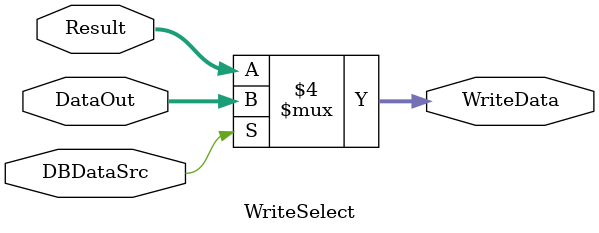
<source format=v>
`timescale 1ns / 1ps


module WriteSelect(
    input DBDataSrc,
    input  [31:0] Result,
    input  [31:0] DataOut,
    output reg [31:0] WriteData
    );
    always@(DBDataSrc or Result or DataOut) begin
     if(DBDataSrc==0)
     WriteData=Result;
     else
     WriteData=DataOut;
     end
endmodule

</source>
